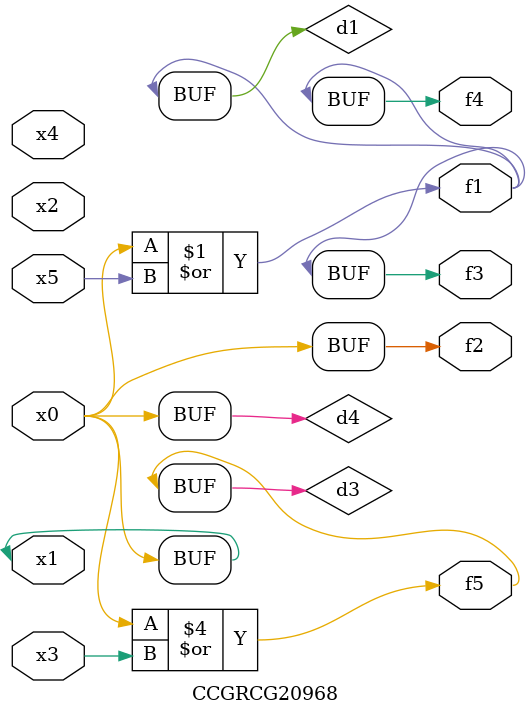
<source format=v>
module CCGRCG20968(
	input x0, x1, x2, x3, x4, x5,
	output f1, f2, f3, f4, f5
);

	wire d1, d2, d3, d4;

	or (d1, x0, x5);
	xnor (d2, x1, x4);
	or (d3, x0, x3);
	buf (d4, x0, x1);
	assign f1 = d1;
	assign f2 = d4;
	assign f3 = d1;
	assign f4 = d1;
	assign f5 = d3;
endmodule

</source>
